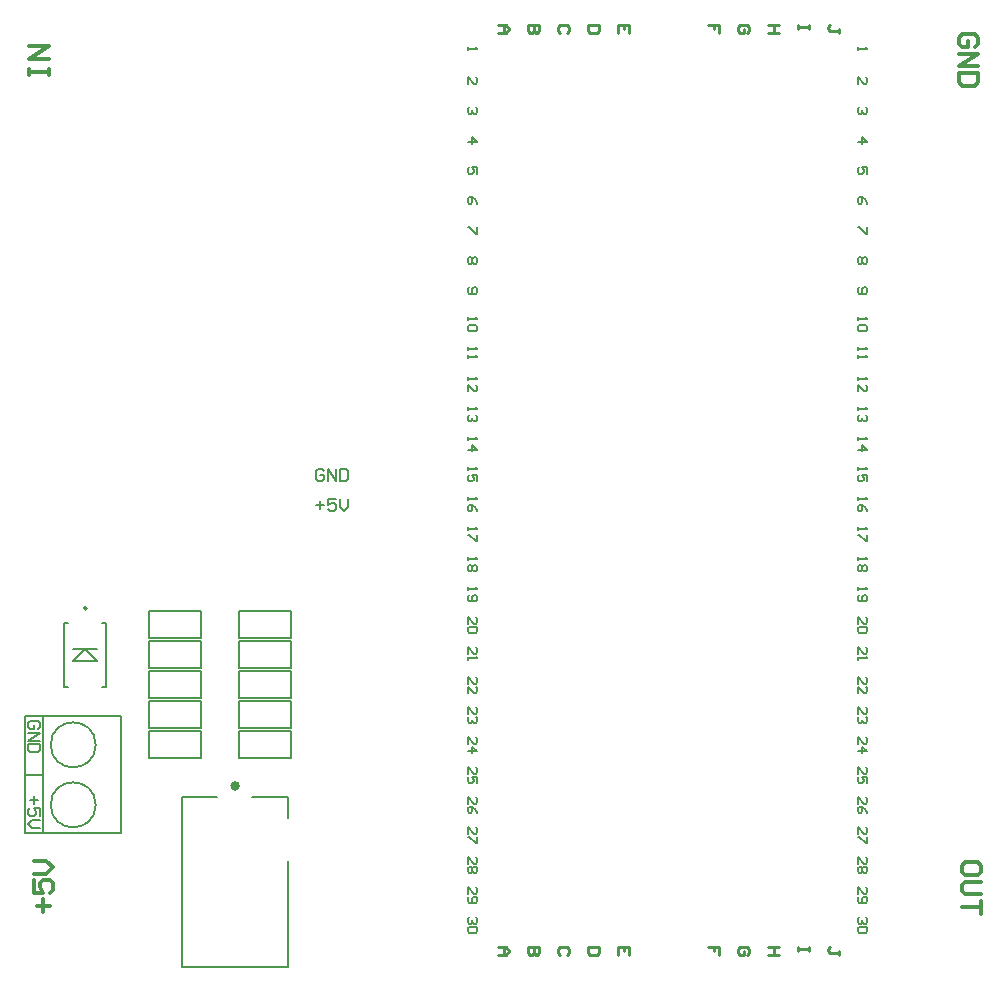
<source format=gto>
G04*
G04 #@! TF.GenerationSoftware,Altium Limited,Altium Designer,18.1.7 (191)*
G04*
G04 Layer_Color=65535*
%FSLAX25Y25*%
%MOIN*%
G70*
G01*
G75*
%ADD10C,0.00787*%
%ADD11C,0.01575*%
%ADD12C,0.00500*%
%ADD13C,0.01200*%
%ADD14C,0.01000*%
%ADD15C,0.00591*%
D10*
X-136500Y-110000D02*
G03*
X-136500Y-110000I-7500J0D01*
G01*
Y-90000D02*
G03*
X-136500Y-90000I-7500J0D01*
G01*
X-139443Y-44449D02*
G03*
X-139443Y-44449I-557J0D01*
G01*
X-160000Y-100000D02*
X-154000D01*
Y-119500D02*
Y-80500D01*
X-128000Y-119500D02*
Y-80500D01*
X-160000Y-119500D02*
Y-80500D01*
X-128000D01*
X-160000Y-119500D02*
X-128000D01*
X-132913Y-70630D02*
Y-49370D01*
X-147087Y-70630D02*
Y-49370D01*
X-134488D02*
X-132913D01*
X-134488Y-70630D02*
X-132913D01*
X-147087Y-49370D02*
X-145709D01*
X-147087Y-70630D02*
X-145709D01*
X-143937Y-61968D02*
X-140000Y-58031D01*
X-136063Y-61968D01*
X-143937D02*
X-136063D01*
X-143937Y-58031D02*
X-136063D01*
X-60376Y1280D02*
X-61032Y1936D01*
X-62344D01*
X-63000Y1280D01*
Y-1344D01*
X-62344Y-2000D01*
X-61032D01*
X-60376Y-1344D01*
Y-32D01*
X-61688D01*
X-59064Y-2000D02*
Y1936D01*
X-56440Y-2000D01*
Y1936D01*
X-55129D02*
Y-2000D01*
X-53161D01*
X-52505Y-1344D01*
Y1280D01*
X-53161Y1936D01*
X-55129D01*
X-63000Y-10032D02*
X-60376D01*
X-61688Y-8720D02*
Y-11344D01*
X-56440Y-8064D02*
X-59064D01*
Y-10032D01*
X-57752Y-9376D01*
X-57096D01*
X-56440Y-10032D01*
Y-11344D01*
X-57096Y-12000D01*
X-58408D01*
X-59064Y-11344D01*
X-55129Y-8064D02*
Y-10688D01*
X-53817Y-12000D01*
X-52505Y-10688D01*
Y-8064D01*
X-157032Y-107170D02*
Y-109793D01*
X-155720Y-108482D02*
X-158344D01*
X-155064Y-113729D02*
Y-111105D01*
X-157032D01*
X-156376Y-112417D01*
Y-113073D01*
X-157032Y-113729D01*
X-158344D01*
X-159000Y-113073D01*
Y-111761D01*
X-158344Y-111105D01*
X-155064Y-115041D02*
X-157688D01*
X-159000Y-116353D01*
X-157688Y-117665D01*
X-155064D01*
X-155720Y-84624D02*
X-155064Y-83968D01*
Y-82656D01*
X-155720Y-82000D01*
X-158344D01*
X-159000Y-82656D01*
Y-83968D01*
X-158344Y-84624D01*
X-157032D01*
Y-83312D01*
X-159000Y-85936D02*
X-155064D01*
X-159000Y-88560D01*
X-155064D01*
Y-89872D02*
X-159000D01*
Y-91839D01*
X-158344Y-92495D01*
X-155720D01*
X-155064Y-91839D01*
Y-89872D01*
D11*
X-89213Y-103701D02*
G03*
X-89213Y-103701I-787J0D01*
G01*
D12*
X-118760Y-85472D02*
X-101240D01*
X-118760Y-94500D02*
Y-85472D01*
Y-94500D02*
X-101240D01*
Y-85472D01*
X-88760Y-94528D02*
X-71240D01*
Y-85500D01*
X-88760D02*
X-71240D01*
X-88760Y-94528D02*
Y-85500D01*
Y-75472D02*
X-71240D01*
X-88760Y-84500D02*
Y-75472D01*
Y-84500D02*
X-71240D01*
Y-75472D01*
X-88760Y-65472D02*
X-71240D01*
X-88760Y-74500D02*
Y-65472D01*
Y-74500D02*
X-71240D01*
Y-65472D01*
X-88760Y-55472D02*
X-71240D01*
X-88760Y-64500D02*
Y-55472D01*
Y-64500D02*
X-71240D01*
Y-55472D01*
X-88760Y-45472D02*
X-71240D01*
X-88760Y-54500D02*
Y-45472D01*
Y-54500D02*
X-71240D01*
Y-45472D01*
X-107717Y-163937D02*
X-72284D01*
X-107717D02*
Y-107244D01*
X-72284Y-114528D02*
Y-107244D01*
X-107717D02*
X-96102D01*
X-72284Y-163937D02*
Y-128701D01*
X-84291Y-107244D02*
X-72284D01*
X-101240Y-84500D02*
Y-75472D01*
X-118760Y-84500D02*
X-101240D01*
X-118760D02*
Y-75472D01*
X-101240D01*
Y-74500D02*
Y-65472D01*
X-118760Y-74500D02*
X-101240D01*
X-118760D02*
Y-65472D01*
X-101240D01*
Y-64500D02*
Y-55472D01*
X-118760Y-64500D02*
X-101240D01*
X-118760D02*
Y-55472D01*
X-101240D01*
X-118760Y-54528D02*
Y-45500D01*
X-101240D01*
Y-54528D02*
Y-45500D01*
X-118760Y-54528D02*
X-101240D01*
D13*
X-158598Y133200D02*
Y135333D01*
Y134266D01*
X-152200D01*
Y133200D01*
Y135333D01*
Y138532D02*
X-158598D01*
X-152200Y142797D01*
X-158598D01*
X156532Y142535D02*
X157598Y143601D01*
Y145734D01*
X156532Y146800D01*
X152266D01*
X151200Y145734D01*
Y143601D01*
X152266Y142535D01*
X154399D01*
Y144667D01*
X151200Y140402D02*
X157598D01*
X151200Y136137D01*
X157598D01*
Y134004D02*
X151200D01*
Y130805D01*
X152266Y129739D01*
X156532D01*
X157598Y130805D01*
Y134004D01*
X-153969Y-145800D02*
Y-141535D01*
X-156102Y-143667D02*
X-151836D01*
X-157168Y-135137D02*
Y-139402D01*
X-153969D01*
X-155035Y-137269D01*
Y-136203D01*
X-153969Y-135137D01*
X-151836D01*
X-150770Y-136203D01*
Y-138336D01*
X-151836Y-139402D01*
X-157168Y-133004D02*
X-152903D01*
X-150770Y-130871D01*
X-152903Y-128739D01*
X-157168D01*
X158598Y-132399D02*
Y-130266D01*
X157532Y-129200D01*
X153266D01*
X152200Y-130266D01*
Y-132399D01*
X153266Y-133465D01*
X157532D01*
X158598Y-132399D01*
Y-135598D02*
X153266D01*
X152200Y-136664D01*
Y-138797D01*
X153266Y-139863D01*
X158598D01*
Y-141996D02*
Y-146261D01*
Y-144129D01*
X152200D01*
D14*
X-2500Y-157500D02*
X124D01*
X1436Y-158812D01*
X124Y-160124D01*
X-2500D01*
X-532D01*
Y-157500D01*
X11436D02*
X7500D01*
Y-159468D01*
X8156Y-160124D01*
X8812D01*
X9468Y-159468D01*
Y-157500D01*
Y-159468D01*
X10124Y-160124D01*
X10780D01*
X11436Y-159468D01*
Y-157500D01*
X20780Y-160124D02*
X21436Y-159468D01*
Y-158156D01*
X20780Y-157500D01*
X18156D01*
X17500Y-158156D01*
Y-159468D01*
X18156Y-160124D01*
X31436Y-157500D02*
X27500D01*
Y-159468D01*
X28156Y-160124D01*
X30780D01*
X31436Y-159468D01*
Y-157500D01*
X41436Y-160124D02*
Y-157500D01*
X37500D01*
Y-160124D01*
X39468Y-157500D02*
Y-158812D01*
X71436Y-160124D02*
Y-157500D01*
X69468D01*
Y-158812D01*
Y-157500D01*
X67500D01*
X80780Y-160124D02*
X81436Y-159468D01*
Y-158156D01*
X80780Y-157500D01*
X78156D01*
X77500Y-158156D01*
Y-159468D01*
X78156Y-160124D01*
X79468D01*
Y-158812D01*
X91436Y-157500D02*
X87500D01*
X89468D01*
Y-160124D01*
X91436D01*
X87500D01*
X101436Y-157500D02*
Y-158812D01*
Y-158156D01*
X97500D01*
Y-157500D01*
Y-158812D01*
X111436Y-160124D02*
Y-158812D01*
Y-159468D01*
X108156D01*
X107500Y-158812D01*
Y-158156D01*
X108156Y-157500D01*
X111436Y147376D02*
Y148688D01*
Y148032D01*
X108156D01*
X107500Y148688D01*
Y149344D01*
X108156Y150000D01*
X101436D02*
Y148688D01*
Y149344D01*
X97500D01*
Y150000D01*
Y148688D01*
X91436Y150000D02*
X87500D01*
X89468D01*
Y147376D01*
X91436D01*
X87500D01*
X80780D02*
X81436Y148032D01*
Y149344D01*
X80780Y150000D01*
X78156D01*
X77500Y149344D01*
Y148032D01*
X78156Y147376D01*
X79468D01*
Y148688D01*
X71436Y147376D02*
Y150000D01*
X69468D01*
Y148688D01*
Y150000D01*
X67500D01*
X41436Y147376D02*
Y150000D01*
X37500D01*
Y147376D01*
X39468Y150000D02*
Y148688D01*
X31436Y150000D02*
X27500D01*
Y148032D01*
X28156Y147376D01*
X30780D01*
X31436Y148032D01*
Y150000D01*
X20780Y147376D02*
X21436Y148032D01*
Y149344D01*
X20780Y150000D01*
X18156D01*
X17500Y149344D01*
Y148032D01*
X18156Y147376D01*
X11436Y150000D02*
X7500D01*
Y148032D01*
X8156Y147376D01*
X8812D01*
X9468Y148032D01*
Y150000D01*
Y148032D01*
X10124Y147376D01*
X10780D01*
X11436Y148032D01*
Y150000D01*
X-2500D02*
X124D01*
X1436Y148688D01*
X124Y147376D01*
X-2500D01*
X-532D01*
Y150000D01*
D15*
X117500Y142500D02*
Y141451D01*
Y141975D01*
X120649D01*
X120124Y142500D01*
X117500Y130401D02*
Y132500D01*
X119599Y130401D01*
X120124D01*
X120649Y130926D01*
Y131975D01*
X120124Y132500D01*
Y122500D02*
X120649Y121975D01*
Y120926D01*
X120124Y120401D01*
X119599D01*
X119074Y120926D01*
Y121450D01*
Y120926D01*
X118550Y120401D01*
X118025D01*
X117500Y120926D01*
Y121975D01*
X118025Y122500D01*
X117500Y110926D02*
X120649D01*
X119074Y112500D01*
Y110401D01*
X120649Y100401D02*
Y102500D01*
X119074D01*
X119599Y101451D01*
Y100926D01*
X119074Y100401D01*
X118025D01*
X117500Y100926D01*
Y101975D01*
X118025Y102500D01*
X120649Y90401D02*
X120124Y91451D01*
X119074Y92500D01*
X118025D01*
X117500Y91975D01*
Y90926D01*
X118025Y90401D01*
X118550D01*
X119074Y90926D01*
Y92500D01*
X120649Y82500D02*
Y80401D01*
X120124D01*
X118025Y82500D01*
X117500D01*
X120124Y72500D02*
X120649Y71975D01*
Y70926D01*
X120124Y70401D01*
X119599D01*
X119074Y70926D01*
X118550Y70401D01*
X118025D01*
X117500Y70926D01*
Y71975D01*
X118025Y72500D01*
X118550D01*
X119074Y71975D01*
X119599Y72500D01*
X120124D01*
X119074Y71975D02*
Y70926D01*
X118025Y62500D02*
X117500Y61975D01*
Y60926D01*
X118025Y60401D01*
X120124D01*
X120649Y60926D01*
Y61975D01*
X120124Y62500D01*
X119599D01*
X119074Y61975D01*
Y60401D01*
X117500Y52500D02*
Y51451D01*
Y51975D01*
X120649D01*
X120124Y52500D01*
Y49876D02*
X120649Y49351D01*
Y48302D01*
X120124Y47777D01*
X118025D01*
X117500Y48302D01*
Y49351D01*
X118025Y49876D01*
X120124D01*
X117500Y42500D02*
Y41451D01*
Y41975D01*
X120649D01*
X120124Y42500D01*
X117500Y39876D02*
Y38827D01*
Y39351D01*
X120649D01*
X120124Y39876D01*
X117500Y32500D02*
Y31451D01*
Y31975D01*
X120649D01*
X120124Y32500D01*
X117500Y27777D02*
Y29876D01*
X119599Y27777D01*
X120124D01*
X120649Y28302D01*
Y29351D01*
X120124Y29876D01*
X117500Y22500D02*
Y21451D01*
Y21975D01*
X120649D01*
X120124Y22500D01*
Y19876D02*
X120649Y19351D01*
Y18302D01*
X120124Y17777D01*
X119599D01*
X119074Y18302D01*
Y18827D01*
Y18302D01*
X118550Y17777D01*
X118025D01*
X117500Y18302D01*
Y19351D01*
X118025Y19876D01*
X117500Y12500D02*
Y11451D01*
Y11975D01*
X120649D01*
X120124Y12500D01*
X117500Y8302D02*
X120649D01*
X119074Y9876D01*
Y7777D01*
X117500Y2500D02*
Y1450D01*
Y1975D01*
X120649D01*
X120124Y2500D01*
X120649Y-2223D02*
Y-124D01*
X119074D01*
X119599Y-1173D01*
Y-1698D01*
X119074Y-2223D01*
X118025D01*
X117500Y-1698D01*
Y-649D01*
X118025Y-124D01*
X117500Y-7500D02*
Y-8550D01*
Y-8025D01*
X120649D01*
X120124Y-7500D01*
X120649Y-12223D02*
X120124Y-11173D01*
X119074Y-10124D01*
X118025D01*
X117500Y-10649D01*
Y-11698D01*
X118025Y-12223D01*
X118550D01*
X119074Y-11698D01*
Y-10124D01*
X117500Y-17500D02*
Y-18550D01*
Y-18025D01*
X120649D01*
X120124Y-17500D01*
X120649Y-20124D02*
Y-22223D01*
X120124D01*
X118025Y-20124D01*
X117500D01*
Y-27500D02*
Y-28550D01*
Y-28025D01*
X120649D01*
X120124Y-27500D01*
Y-30124D02*
X120649Y-30649D01*
Y-31698D01*
X120124Y-32223D01*
X119599D01*
X119074Y-31698D01*
X118550Y-32223D01*
X118025D01*
X117500Y-31698D01*
Y-30649D01*
X118025Y-30124D01*
X118550D01*
X119074Y-30649D01*
X119599Y-30124D01*
X120124D01*
X119074Y-30649D02*
Y-31698D01*
X117500Y-37500D02*
Y-38550D01*
Y-38025D01*
X120649D01*
X120124Y-37500D01*
X118025Y-40124D02*
X117500Y-40649D01*
Y-41698D01*
X118025Y-42223D01*
X120124D01*
X120649Y-41698D01*
Y-40649D01*
X120124Y-40124D01*
X119599D01*
X119074Y-40649D01*
Y-42223D01*
X117500Y-49599D02*
Y-47500D01*
X119599Y-49599D01*
X120124D01*
X120649Y-49074D01*
Y-48025D01*
X120124Y-47500D01*
Y-50649D02*
X120649Y-51173D01*
Y-52223D01*
X120124Y-52748D01*
X118025D01*
X117500Y-52223D01*
Y-51173D01*
X118025Y-50649D01*
X120124D01*
X117500Y-59599D02*
Y-57500D01*
X119599Y-59599D01*
X120124D01*
X120649Y-59074D01*
Y-58025D01*
X120124Y-57500D01*
X117500Y-60649D02*
Y-61698D01*
Y-61173D01*
X120649D01*
X120124Y-60649D01*
X117500Y-69599D02*
Y-67500D01*
X119599Y-69599D01*
X120124D01*
X120649Y-69074D01*
Y-68025D01*
X120124Y-67500D01*
X117500Y-72748D02*
Y-70649D01*
X119599Y-72748D01*
X120124D01*
X120649Y-72223D01*
Y-71173D01*
X120124Y-70649D01*
X117500Y-79599D02*
Y-77500D01*
X119599Y-79599D01*
X120124D01*
X120649Y-79074D01*
Y-78025D01*
X120124Y-77500D01*
Y-80649D02*
X120649Y-81173D01*
Y-82223D01*
X120124Y-82748D01*
X119599D01*
X119074Y-82223D01*
Y-81698D01*
Y-82223D01*
X118550Y-82748D01*
X118025D01*
X117500Y-82223D01*
Y-81173D01*
X118025Y-80649D01*
X117500Y-89599D02*
Y-87500D01*
X119599Y-89599D01*
X120124D01*
X120649Y-89074D01*
Y-88025D01*
X120124Y-87500D01*
X117500Y-92223D02*
X120649D01*
X119074Y-90649D01*
Y-92748D01*
X117500Y-99599D02*
Y-97500D01*
X119599Y-99599D01*
X120124D01*
X120649Y-99074D01*
Y-98025D01*
X120124Y-97500D01*
X120649Y-102748D02*
Y-100649D01*
X119074D01*
X119599Y-101698D01*
Y-102223D01*
X119074Y-102748D01*
X118025D01*
X117500Y-102223D01*
Y-101173D01*
X118025Y-100649D01*
X117500Y-109599D02*
Y-107500D01*
X119599Y-109599D01*
X120124D01*
X120649Y-109074D01*
Y-108025D01*
X120124Y-107500D01*
X120649Y-112748D02*
X120124Y-111698D01*
X119074Y-110649D01*
X118025D01*
X117500Y-111173D01*
Y-112223D01*
X118025Y-112748D01*
X118550D01*
X119074Y-112223D01*
Y-110649D01*
X117500Y-119599D02*
Y-117500D01*
X119599Y-119599D01*
X120124D01*
X120649Y-119074D01*
Y-118025D01*
X120124Y-117500D01*
X120649Y-120649D02*
Y-122748D01*
X120124D01*
X118025Y-120649D01*
X117500D01*
Y-129599D02*
Y-127500D01*
X119599Y-129599D01*
X120124D01*
X120649Y-129074D01*
Y-128025D01*
X120124Y-127500D01*
Y-130649D02*
X120649Y-131173D01*
Y-132223D01*
X120124Y-132748D01*
X119599D01*
X119074Y-132223D01*
X118550Y-132748D01*
X118025D01*
X117500Y-132223D01*
Y-131173D01*
X118025Y-130649D01*
X118550D01*
X119074Y-131173D01*
X119599Y-130649D01*
X120124D01*
X119074Y-131173D02*
Y-132223D01*
X117500Y-139599D02*
Y-137500D01*
X119599Y-139599D01*
X120124D01*
X120649Y-139074D01*
Y-138025D01*
X120124Y-137500D01*
X118025Y-140649D02*
X117500Y-141173D01*
Y-142223D01*
X118025Y-142748D01*
X120124D01*
X120649Y-142223D01*
Y-141173D01*
X120124Y-140649D01*
X119599D01*
X119074Y-141173D01*
Y-142748D01*
X120124Y-147500D02*
X120649Y-148025D01*
Y-149074D01*
X120124Y-149599D01*
X119599D01*
X119074Y-149074D01*
Y-148549D01*
Y-149074D01*
X118550Y-149599D01*
X118025D01*
X117500Y-149074D01*
Y-148025D01*
X118025Y-147500D01*
X120124Y-150649D02*
X120649Y-151173D01*
Y-152223D01*
X120124Y-152748D01*
X118025D01*
X117500Y-152223D01*
Y-151173D01*
X118025Y-150649D01*
X120124D01*
X-9876Y-147500D02*
X-9351Y-148025D01*
Y-149074D01*
X-9876Y-149599D01*
X-10401D01*
X-10926Y-149074D01*
Y-148549D01*
Y-149074D01*
X-11451Y-149599D01*
X-11975D01*
X-12500Y-149074D01*
Y-148025D01*
X-11975Y-147500D01*
X-9876Y-150649D02*
X-9351Y-151173D01*
Y-152223D01*
X-9876Y-152748D01*
X-11975D01*
X-12500Y-152223D01*
Y-151173D01*
X-11975Y-150649D01*
X-9876D01*
X-12500Y-139599D02*
Y-137500D01*
X-10401Y-139599D01*
X-9876D01*
X-9351Y-139074D01*
Y-138025D01*
X-9876Y-137500D01*
X-11975Y-140649D02*
X-12500Y-141173D01*
Y-142223D01*
X-11975Y-142748D01*
X-9876D01*
X-9351Y-142223D01*
Y-141173D01*
X-9876Y-140649D01*
X-10401D01*
X-10926Y-141173D01*
Y-142748D01*
X-12500Y-129599D02*
Y-127500D01*
X-10401Y-129599D01*
X-9876D01*
X-9351Y-129074D01*
Y-128025D01*
X-9876Y-127500D01*
Y-130649D02*
X-9351Y-131173D01*
Y-132223D01*
X-9876Y-132748D01*
X-10401D01*
X-10926Y-132223D01*
X-11451Y-132748D01*
X-11975D01*
X-12500Y-132223D01*
Y-131173D01*
X-11975Y-130649D01*
X-11451D01*
X-10926Y-131173D01*
X-10401Y-130649D01*
X-9876D01*
X-10926Y-131173D02*
Y-132223D01*
X-12500Y-119599D02*
Y-117500D01*
X-10401Y-119599D01*
X-9876D01*
X-9351Y-119074D01*
Y-118025D01*
X-9876Y-117500D01*
X-9351Y-120649D02*
Y-122748D01*
X-9876D01*
X-11975Y-120649D01*
X-12500D01*
Y-109599D02*
Y-107500D01*
X-10401Y-109599D01*
X-9876D01*
X-9351Y-109074D01*
Y-108025D01*
X-9876Y-107500D01*
X-9351Y-112748D02*
X-9876Y-111698D01*
X-10926Y-110649D01*
X-11975D01*
X-12500Y-111173D01*
Y-112223D01*
X-11975Y-112748D01*
X-11451D01*
X-10926Y-112223D01*
Y-110649D01*
X-12500Y-99599D02*
Y-97500D01*
X-10401Y-99599D01*
X-9876D01*
X-9351Y-99074D01*
Y-98025D01*
X-9876Y-97500D01*
X-9351Y-102748D02*
Y-100649D01*
X-10926D01*
X-10401Y-101698D01*
Y-102223D01*
X-10926Y-102748D01*
X-11975D01*
X-12500Y-102223D01*
Y-101173D01*
X-11975Y-100649D01*
X-12500Y-89599D02*
Y-87500D01*
X-10401Y-89599D01*
X-9876D01*
X-9351Y-89074D01*
Y-88025D01*
X-9876Y-87500D01*
X-12500Y-92223D02*
X-9351D01*
X-10926Y-90649D01*
Y-92748D01*
X-12500Y-79599D02*
Y-77500D01*
X-10401Y-79599D01*
X-9876D01*
X-9351Y-79074D01*
Y-78025D01*
X-9876Y-77500D01*
Y-80649D02*
X-9351Y-81173D01*
Y-82223D01*
X-9876Y-82748D01*
X-10401D01*
X-10926Y-82223D01*
Y-81698D01*
Y-82223D01*
X-11451Y-82748D01*
X-11975D01*
X-12500Y-82223D01*
Y-81173D01*
X-11975Y-80649D01*
X-12500Y-69599D02*
Y-67500D01*
X-10401Y-69599D01*
X-9876D01*
X-9351Y-69074D01*
Y-68025D01*
X-9876Y-67500D01*
X-12500Y-72748D02*
Y-70649D01*
X-10401Y-72748D01*
X-9876D01*
X-9351Y-72223D01*
Y-71173D01*
X-9876Y-70649D01*
X-12500Y-59599D02*
Y-57500D01*
X-10401Y-59599D01*
X-9876D01*
X-9351Y-59074D01*
Y-58025D01*
X-9876Y-57500D01*
X-12500Y-60649D02*
Y-61698D01*
Y-61173D01*
X-9351D01*
X-9876Y-60649D01*
X-12500Y-49599D02*
Y-47500D01*
X-10401Y-49599D01*
X-9876D01*
X-9351Y-49074D01*
Y-48025D01*
X-9876Y-47500D01*
Y-50649D02*
X-9351Y-51173D01*
Y-52223D01*
X-9876Y-52748D01*
X-11975D01*
X-12500Y-52223D01*
Y-51173D01*
X-11975Y-50649D01*
X-9876D01*
X-12500Y-37500D02*
Y-38550D01*
Y-38025D01*
X-9351D01*
X-9876Y-37500D01*
X-11975Y-40124D02*
X-12500Y-40649D01*
Y-41698D01*
X-11975Y-42223D01*
X-9876D01*
X-9351Y-41698D01*
Y-40649D01*
X-9876Y-40124D01*
X-10401D01*
X-10926Y-40649D01*
Y-42223D01*
X-12500Y-27500D02*
Y-28550D01*
Y-28025D01*
X-9351D01*
X-9876Y-27500D01*
Y-30124D02*
X-9351Y-30649D01*
Y-31698D01*
X-9876Y-32223D01*
X-10401D01*
X-10926Y-31698D01*
X-11451Y-32223D01*
X-11975D01*
X-12500Y-31698D01*
Y-30649D01*
X-11975Y-30124D01*
X-11451D01*
X-10926Y-30649D01*
X-10401Y-30124D01*
X-9876D01*
X-10926Y-30649D02*
Y-31698D01*
X-12500Y-17500D02*
Y-18550D01*
Y-18025D01*
X-9351D01*
X-9876Y-17500D01*
X-9351Y-20124D02*
Y-22223D01*
X-9876D01*
X-11975Y-20124D01*
X-12500D01*
Y-7500D02*
Y-8550D01*
Y-8025D01*
X-9351D01*
X-9876Y-7500D01*
X-9351Y-12223D02*
X-9876Y-11173D01*
X-10926Y-10124D01*
X-11975D01*
X-12500Y-10649D01*
Y-11698D01*
X-11975Y-12223D01*
X-11451D01*
X-10926Y-11698D01*
Y-10124D01*
X-12500Y2500D02*
Y1450D01*
Y1975D01*
X-9351D01*
X-9876Y2500D01*
X-9351Y-2223D02*
Y-124D01*
X-10926D01*
X-10401Y-1173D01*
Y-1698D01*
X-10926Y-2223D01*
X-11975D01*
X-12500Y-1698D01*
Y-649D01*
X-11975Y-124D01*
X-12500Y12500D02*
Y11451D01*
Y11975D01*
X-9351D01*
X-9876Y12500D01*
X-12500Y8302D02*
X-9351D01*
X-10926Y9876D01*
Y7777D01*
X-12500Y22500D02*
Y21451D01*
Y21975D01*
X-9351D01*
X-9876Y22500D01*
Y19876D02*
X-9351Y19351D01*
Y18302D01*
X-9876Y17777D01*
X-10401D01*
X-10926Y18302D01*
Y18827D01*
Y18302D01*
X-11451Y17777D01*
X-11975D01*
X-12500Y18302D01*
Y19351D01*
X-11975Y19876D01*
X-12500Y32500D02*
Y31451D01*
Y31975D01*
X-9351D01*
X-9876Y32500D01*
X-12500Y27777D02*
Y29876D01*
X-10401Y27777D01*
X-9876D01*
X-9351Y28302D01*
Y29351D01*
X-9876Y29876D01*
X-12500Y42500D02*
Y41451D01*
Y41975D01*
X-9351D01*
X-9876Y42500D01*
X-12500Y39876D02*
Y38827D01*
Y39351D01*
X-9351D01*
X-9876Y39876D01*
X-12500Y52500D02*
Y51451D01*
Y51975D01*
X-9351D01*
X-9876Y52500D01*
Y49876D02*
X-9351Y49351D01*
Y48302D01*
X-9876Y47777D01*
X-11975D01*
X-12500Y48302D01*
Y49351D01*
X-11975Y49876D01*
X-9876D01*
X-11975Y62500D02*
X-12500Y61975D01*
Y60926D01*
X-11975Y60401D01*
X-9876D01*
X-9351Y60926D01*
Y61975D01*
X-9876Y62500D01*
X-10401D01*
X-10926Y61975D01*
Y60401D01*
X-9876Y72500D02*
X-9351Y71975D01*
Y70926D01*
X-9876Y70401D01*
X-10401D01*
X-10926Y70926D01*
X-11451Y70401D01*
X-11975D01*
X-12500Y70926D01*
Y71975D01*
X-11975Y72500D01*
X-11451D01*
X-10926Y71975D01*
X-10401Y72500D01*
X-9876D01*
X-10926Y71975D02*
Y70926D01*
X-9351Y82500D02*
Y80401D01*
X-9876D01*
X-11975Y82500D01*
X-12500D01*
X-9351Y90401D02*
X-9876Y91451D01*
X-10926Y92500D01*
X-11975D01*
X-12500Y91975D01*
Y90926D01*
X-11975Y90401D01*
X-11451D01*
X-10926Y90926D01*
Y92500D01*
X-9351Y100401D02*
Y102500D01*
X-10926D01*
X-10401Y101451D01*
Y100926D01*
X-10926Y100401D01*
X-11975D01*
X-12500Y100926D01*
Y101975D01*
X-11975Y102500D01*
X-12500Y110926D02*
X-9351D01*
X-10926Y112500D01*
Y110401D01*
X-9876Y122500D02*
X-9351Y121975D01*
Y120926D01*
X-9876Y120401D01*
X-10401D01*
X-10926Y120926D01*
Y121450D01*
Y120926D01*
X-11451Y120401D01*
X-11975D01*
X-12500Y120926D01*
Y121975D01*
X-11975Y122500D01*
X-12500Y130401D02*
Y132500D01*
X-10401Y130401D01*
X-9876D01*
X-9351Y130926D01*
Y131975D01*
X-9876Y132500D01*
X-12500Y142500D02*
Y141451D01*
Y141975D01*
X-9351D01*
X-9876Y142500D01*
M02*

</source>
